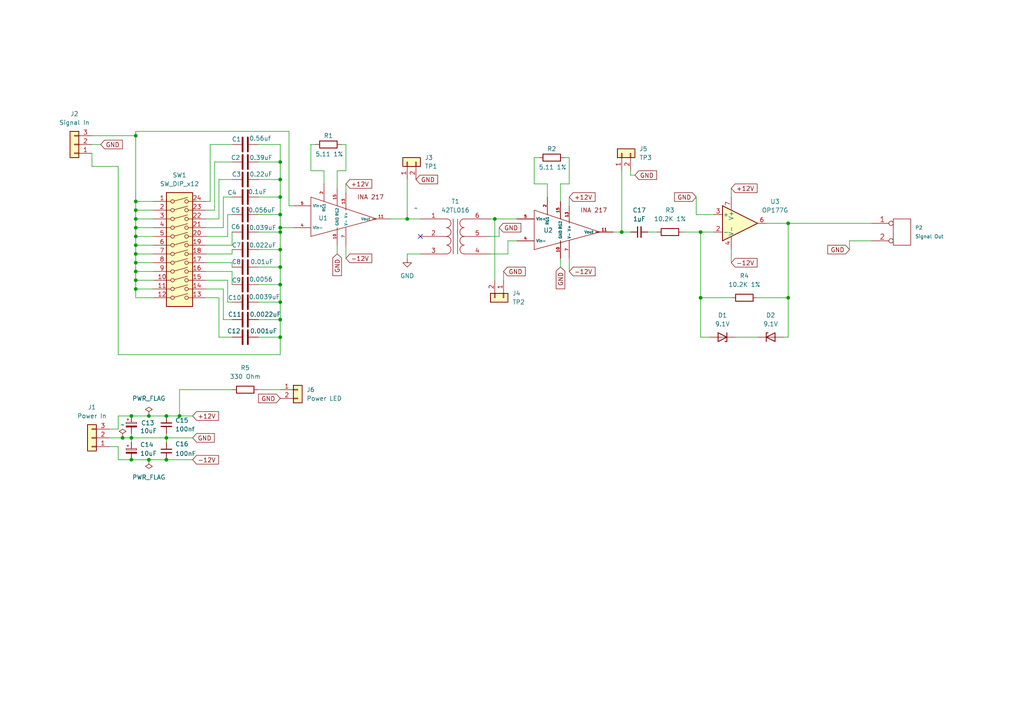
<source format=kicad_sch>
(kicad_sch (version 20231120) (generator "eeschema") (generator_version "8.0")
  (paper "A4")
  (title_block (title "Proton Precession Magnetometer Amplifier") (date "2024-09-22") (rev "1.0") (company "D Q McDonald"))
  (lib_symbols
    (symbol "Connector_Generic:Conn_01x02" (pin_names (offset 1.016) hide)
      (property "Reference" "J" (at 0 2.54 0))
      (property "Value" "Conn_01x02" (at 0 -5.08 0))
      (symbol "Conn_01x02_1_1"
        (rectangle (start -1.27 -2.413) (end 0 -2.667) (stroke (width 0.1524)))
        (rectangle (start -1.27 0.127) (end 0 -0.127) (stroke (width 0.1524)))
        (rectangle (start -1.27 1.27) (end 1.27 -3.81) (stroke (width 0.254)) (fill (type background)))
        (pin passive line (at -5.08 0 0) (length 3.81) (name "Pin_1") (number "1"))
        (pin passive line (at -5.08 -2.54 0) (length 3.81) (name "Pin_2") (number "2"))
      )
    )
    (symbol "Connector_Generic:Conn_01x03" (pin_names (offset 1.016) hide)
      (property "Reference" "J" (at 0 5.08 0))
      (property "Value" "Conn_01x03" (at 0 -5.08 0))
      (symbol "Conn_01x03_1_1"
        (rectangle (start -1.27 -2.413) (end 0 -2.667) (stroke (width 0.1524)))
        (rectangle (start -1.27 0.127) (end 0 -0.127) (stroke (width 0.1524)))
        (rectangle (start -1.27 2.667) (end 0 2.413) (stroke (width 0.1524)))
        (rectangle (start -1.27 3.81) (end 1.27 -3.81) (stroke (width 0.254)) (fill (type background)))
        (pin passive line (at -5.08 2.54 0) (length 3.81) (name "Pin_1") (number "1"))
        (pin passive line (at -5.08 0 0) (length 3.81) (name "Pin_2") (number "2"))
        (pin passive line (at -5.08 -2.54 0) (length 3.81) (name "Pin_3") (number "3"))
      )
    )
    (symbol "DQM:CONN_2" (pin_names (offset 1.016) hide)
      (property "Reference" "P" (at -1.27 0 90))
      (property "Value" "CONN_2" (at 1.27 0 90))
      (symbol "CONN_2_0_1"
        (rectangle (start -2.54 3.81) (end 2.54 -3.81))
      )
      (symbol "CONN_2_1_1"
        (pin passive inverted (at -8.89 2.54 0) (length 6.35) (name "VCC") (number "1"))
        (pin passive inverted (at -8.89 -2.54 0) (length 6.35) (name "GND") (number "2"))
      )
    )
    (symbol "DQM:INA217"
      (property "Reference" "U" (at 0 0 0))
      (symbol "INA217_1_1"
        (polyline (pts (xy -11.43 -5.08) (xy -11.43 6.35) (xy 7.62 0) (xy -11.43 -5.08)))
        (text "INA 217 " (at 6.35 6.35 0) (effects (font (size 1.27 1.27))))
        (pin no_connect line (at -10.16 -10.16 90) (length 5.08) hide (name "NC1") (number "1"))
        (pin power_in line (at -3.81 -7.62 90) (length 5.08) (name "GND") (number "10"))
        (pin output line (at 11.43 0 180) (length 5.08) (name "Vout") (number "11"))
        (pin no_connect line (at 5.08 5.08 270) (length 5.08) hide (name "NC12") (number "12"))
        (pin power_in line (at -1.27 7.62 270) (length 5.08) (name "V+") (number "13"))
        (pin no_connect line (at 2.54 2.54 90) (length 5.08) hide (name "NC14") (number "14"))
        (pin bidirectional line (at -3.81 8.89 270) (length 5.08) (name "RG2") (number "15"))
        (pin no_connect line (at 1.27 2.54 90) (length 5.08) hide (name "NC16") (number "16"))
        (pin bidirectional line (at -7.62 10.16 270) (length 5.08) (name "RG1") (number "2"))
        (pin no_connect line (at -7.62 -8.89 90) (length 5.08) hide (name "NC3") (number "3"))
        (pin input line (at -16.51 -2.54 0) (length 5.08) (name "Vin-") (number "4"))
        (pin input line (at -16.51 3.81 0) (length 5.08) (name "Vin+") (number "5"))
        (pin no_connect line (at -5.08 -7.62 90) (length 5.08) hide (name "NC6") (number "6"))
        (pin power_in line (at -1.27 -7.62 90) (length 5.08) (name "V-") (number "7"))
        (pin no_connect line (at 1.27 -6.35 90) (length 5.08) hide (name "NC8") (number "8"))
        (pin no_connect line (at -2.54 -7.62 90) (length 5.08) hide (name "NC9") (number "9"))
      )
    )
    (symbol "DQM:OPA177G" (pin_names (offset 0.127))
      (property "Reference" "U" (at 0 6.35 0))
      (property "Value" "OPA177G" (at 0 3.81 0))
      (symbol "OPA177G_0_1"
        (polyline (pts (xy -5.08 5.08) (xy 5.08 0) (xy -5.08 -5.08) (xy -5.08 5.08)) (stroke (width 0.254)) (fill (type background)))
      )
      (symbol "OPA177G_1_1"
        (pin no_connect line (at -5.08 -7.62 90) (length 2.54) hide (name "NC") (number "1"))
        (pin input line (at -7.62 -2.54 0) (length 2.54) (name "-") (number "2"))
        (pin input line (at -7.62 2.54 0) (length 2.54) (name "+") (number "3"))
        (pin power_in line (at -2.54 -7.62 90) (length 3.81) (name "V-") (number "4"))
        (pin no_connect line (at 2.54 -3.81 90) (length 2.54) hide (name "NC") (number "5"))
        (pin output line (at 7.62 0 180) (length 2.54) (name "~") (number "6"))
        (pin power_in line (at -2.54 7.62 270) (length 3.81) (name "V+") (number "7"))
        (pin no_connect line (at 0 -2.54 90) (length 2.54) hide (name "NC") (number "8"))
      )
    )
    (symbol "DQM:Transformer_42TL016" (pin_names (offset 1.016) hide)
      (property "Reference" "T" (at 0 6.35 0))
      (property "Value" "Transformer_1P_SS" (at 0 -7.62 0))
      (symbol "Transformer_42TL016_0_1"
        (arc (start -2.54 -5.0546) (mid -1.6599 -4.6901) (end -1.27 -3.81))
        (arc (start -2.54 -2.5146) (mid -1.6599 -2.1501) (end -1.27 -1.27))
        (arc (start -2.54 0.0254) (mid -1.6599 0.3899) (end -1.27 1.27))
        (arc (start -2.54 2.5654) (mid -1.6599 2.9299) (end -1.27 3.81))
        (arc (start -1.27 -3.81) (mid -1.642 -2.912) (end -2.54 -2.54))
        (arc (start -1.27 -1.27) (mid -1.642 -0.372) (end -2.54 0))
        (arc (start -1.27 1.27) (mid -1.642 2.168) (end -2.54 2.54))
        (arc (start -1.27 3.81) (mid -1.642 4.708) (end -2.54 5.08))
        (polyline (pts (xy -0.635 5.08) (xy -0.635 -5.08)))
        (polyline (pts (xy 0.635 -5.08) (xy 0.635 5.08)))
        (arc (start 1.2954 -1.27) (mid 1.6599 -2.1501) (end 2.54 -2.5146))
        (arc (start 1.2954 1.27) (mid 1.6599 0.3899) (end 2.54 0.0254))
        (arc (start 1.2954 3.81) (mid 1.6599 2.9299) (end 2.54 2.5654))
        (arc (start 1.3208 -3.81) (mid 1.6853 -4.6901) (end 2.5654 -5.0546))
        (arc (start 2.54 0) (mid 1.642 -0.372) (end 1.2954 -1.27))
        (arc (start 2.54 2.54) (mid 1.642 2.168) (end 1.2954 1.27))
        (arc (start 2.54 5.08) (mid 1.642 4.708) (end 1.2954 3.81))
        (arc (start 2.5654 -2.54) (mid 1.6674 -2.912) (end 1.3208 -3.81))
      )
      (symbol "Transformer_42TL016_1_1"
        (pin passive line (at -10.16 5.08 0) (length 7.62) (name "AA") (number "1"))
        (pin passive line (at -10.16 0 0) (length 7.62) (name "PM") (number "2"))
        (pin passive line (at -10.16 -5.08 0) (length 7.62) (name "AB") (number "3"))
        (pin passive line (at 10.16 -5.08 180) (length 7.62) (name "6") (number "4"))
        (pin passive line (at 10.16 0 180) (length 7.62) (name "PB") (number "5"))
        (pin passive line (at 10.16 5.08 180) (length 7.62) (name "SB") (number "6"))
      )
    )
    (symbol "Device:C" (pin_numbers hide) (pin_names (offset 0.254))
      (property "Reference" "C" (at 0.635 2.54 0))
      (property "Value" "C" (at 0.635 -2.54 0))
      (symbol "C_0_1"
        (polyline (pts (xy -2.032 -0.762) (xy 2.032 -0.762)) (stroke (width 0.508)))
        (polyline (pts (xy -2.032 0.762) (xy 2.032 0.762)) (stroke (width 0.508)))
      )
      (symbol "C_1_1"
        (pin passive line (at 0 3.81 270) (length 2.794) (name "~") (number "1"))
        (pin passive line (at 0 -3.81 90) (length 2.794) (name "~") (number "2"))
      )
    )
    (symbol "Device:C_Polarized_Small" (pin_numbers hide) (pin_names (offset 0.254) hide)
      (property "Reference" "C" (at 0.254 1.778 0))
      (property "Value" "C_Polarized_Small" (at 0.254 -2.032 0))
      (symbol "C_Polarized_Small_0_1"
        (rectangle (start -1.524 -0.3048) (end 1.524 -0.6858) (fill (type outline)))
        (rectangle (start -1.524 0.6858) (end 1.524 0.3048))
        (polyline (pts (xy -1.27 1.524) (xy -0.762 1.524)))
        (polyline (pts (xy -1.016 1.27) (xy -1.016 1.778)))
      )
      (symbol "C_Polarized_Small_1_1"
        (pin passive line (at 0 2.54 270) (length 1.8542) (name "~") (number "1"))
        (pin passive line (at 0 -2.54 90) (length 1.8542) (name "~") (number "2"))
      )
    )
    (symbol "Device:C_Small" (pin_numbers hide) (pin_names (offset 0.254) hide)
      (property "Reference" "C" (at 0.254 1.778 0))
      (property "Value" "C_Small" (at 0.254 -2.032 0))
      (symbol "C_Small_0_1"
        (polyline (pts (xy -1.524 -0.508) (xy 1.524 -0.508)) (stroke (width 0.3302)))
        (polyline (pts (xy -1.524 0.508) (xy 1.524 0.508)) (stroke (width 0.3048)))
      )
      (symbol "C_Small_1_1"
        (pin passive line (at 0 2.54 270) (length 2.032) (name "~") (number "1"))
        (pin passive line (at 0 -2.54 90) (length 2.032) (name "~") (number "2"))
      )
    )
    (symbol "Device:D_Zener" (pin_numbers hide) (pin_names (offset 1.016) hide)
      (property "Reference" "D" (at 0 2.54 0))
      (property "Value" "D_Zener" (at 0 -2.54 0))
      (symbol "D_Zener_0_1"
        (polyline (pts (xy 1.27 0) (xy -1.27 0)))
        (polyline (pts (xy -1.27 -1.27) (xy -1.27 1.27) (xy -0.762 1.27)) (stroke (width 0.254)))
        (polyline (pts (xy 1.27 -1.27) (xy 1.27 1.27) (xy -1.27 0) (xy 1.27 -1.27)) (stroke (width 0.254)))
      )
      (symbol "D_Zener_1_1"
        (pin passive line (at -3.81 0 0) (length 2.54) (name "K") (number "1"))
        (pin passive line (at 3.81 0 180) (length 2.54) (name "A") (number "2"))
      )
    )
    (symbol "Device:R" (pin_numbers hide) (pin_names (offset 0))
      (property "Reference" "R" (at 2.032 0 90))
      (property "Value" "R" (at 0 0 90))
      (symbol "R_0_1"
        (rectangle (start -1.016 -2.54) (end 1.016 2.54) (stroke (width 0.254)))
      )
      (symbol "R_1_1"
        (pin passive line (at 0 3.81 270) (length 1.27) (name "~") (number "1"))
        (pin passive line (at 0 -3.81 90) (length 1.27) (name "~") (number "2"))
      )
    )
    (symbol "Switch:SW_DIP_x12" (pin_names (offset 0) hide)
      (property "Reference" "SW" (at 0 19.05 0))
      (property "Value" "SW_DIP_x12" (at 0 -16.51 0))
      (symbol "SW_DIP_x12_0_0"
        (circle (center -2.032 -12.7) (radius 0.508))
        (circle (center -2.032 -10.16) (radius 0.508))
        (circle (center -2.032 -7.62) (radius 0.508))
        (circle (center -2.032 -5.08) (radius 0.508))
        (circle (center -2.032 -2.54) (radius 0.508))
        (circle (center -2.032 0) (radius 0.508))
        (circle (center -2.032 2.54) (radius 0.508))
        (circle (center -2.032 5.08) (radius 0.508))
        (circle (center -2.032 7.62) (radius 0.508))
        (circle (center -2.032 10.16) (radius 0.508))
        (circle (center -2.032 12.7) (radius 0.508))
        (circle (center -2.032 15.24) (radius 0.508))
        (polyline (pts (xy -1.524 -12.5476) (xy 2.3622 -11.5062)))
        (polyline (pts (xy -1.524 -10.0076) (xy 2.3622 -8.9662)))
        (polyline (pts (xy -1.524 -7.4676) (xy 2.3622 -6.4262)))
        (polyline (pts (xy -1.524 -4.9276) (xy 2.3622 -3.8862)))
        (polyline (pts (xy -1.524 -2.3876) (xy 2.3622 -1.3462)))
        (polyline (pts (xy -1.524 0.127) (xy 2.3622 1.1684)))
        (polyline (pts (xy -1.524 2.667) (xy 2.3622 3.7084)))
        (polyline (pts (xy -1.524 5.207) (xy 2.3622 6.2484)))
        (polyline (pts (xy -1.524 7.747) (xy 2.3622 8.7884)))
        (polyline (pts (xy -1.524 10.287) (xy 2.3622 11.3284)))
        (polyline (pts (xy -1.524 12.827) (xy 2.3622 13.8684)))
        (polyline (pts (xy -1.524 15.367) (xy 2.3622 16.4084)))
        (circle (center 2.032 -12.7) (radius 0.508))
        (circle (center 2.032 -10.16) (radius 0.508))
        (circle (center 2.032 -7.62) (radius 0.508))
        (circle (center 2.032 -5.08) (radius 0.508))
        (circle (center 2.032 -2.54) (radius 0.508))
        (circle (center 2.032 0) (radius 0.508))
        (circle (center 2.032 2.54) (radius 0.508))
        (circle (center 2.032 5.08) (radius 0.508))
        (circle (center 2.032 7.62) (radius 0.508))
        (circle (center 2.032 10.16) (radius 0.508))
        (circle (center 2.032 12.7) (radius 0.508))
        (circle (center 2.032 15.24) (radius 0.508))
      )
      (symbol "SW_DIP_x12_1_1"
        (rectangle (start -3.81 17.78) (end 3.81 -15.24) (stroke (width 0.254)) (fill (type background)))
        (pin passive line (at -7.62 15.24 0) (length 5.08) (name "~") (number "1"))
        (pin passive line (at -7.62 -7.62 0) (length 5.08) (name "~") (number "10"))
        (pin passive line (at -7.62 -10.16 0) (length 5.08) (name "~") (number "11"))
        (pin passive line (at -7.62 -12.7 0) (length 5.08) (name "~") (number "12"))
        (pin passive line (at 7.62 -12.7 180) (length 5.08) (name "~") (number "13"))
        (pin passive line (at 7.62 -10.16 180) (length 5.08) (name "~") (number "14"))
        (pin passive line (at 7.62 -7.62 180) (length 5.08) (name "~") (number "15"))
        (pin passive line (at 7.62 -5.08 180) (length 5.08) (name "~") (number "16"))
        (pin passive line (at 7.62 -2.54 180) (length 5.08) (name "~") (number "17"))
        (pin passive line (at 7.62 0 180) (length 5.08) (name "~") (number "18"))
        (pin passive line (at 7.62 2.54 180) (length 5.08) (name "~") (number "19"))
        (pin passive line (at -7.62 12.7 0) (length 5.08) (name "~") (number "2"))
        (pin passive line (at 7.62 5.08 180) (length 5.08) (name "~") (number "20"))
        (pin passive line (at 7.62 7.62 180) (length 5.08) (name "~") (number "21"))
        (pin passive line (at 7.62 10.16 180) (length 5.08) (name "~") (number "22"))
        (pin passive line (at 7.62 12.7 180) (length 5.08) (name "~") (number "23"))
        (pin passive line (at 7.62 15.24 180) (length 5.08) (name "~") (number "24"))
        (pin passive line (at -7.62 10.16 0) (length 5.08) (name "~") (number "3"))
        (pin passive line (at -7.62 7.62 0) (length 5.08) (name "~") (number "4"))
        (pin passive line (at -7.62 5.08 0) (length 5.08) (name "~") (number "5"))
        (pin passive line (at -7.62 2.54 0) (length 5.08) (name "~") (number "6"))
        (pin passive line (at -7.62 0 0) (length 5.08) (name "~") (number "7"))
        (pin passive line (at -7.62 -2.54 0) (length 5.08) (name "~") (number "8"))
        (pin passive line (at -7.62 -5.08 0) (length 5.08) (name "~") (number "9"))
      )
    )
    (symbol "power:GND" (power) (pin_numbers hide) (pin_names (offset 0) hide)
      (property "Value" "GND" (at 0 -3.81 0))
      (symbol "GND_0_1"
        (polyline (pts (xy 0 0) (xy 0 -1.27) (xy 1.27 -1.27) (xy 0 -2.54) (xy -1.27 -1.27) (xy 0 -1.27)))
      )
      (symbol "GND_1_1"
        (pin power_in line (at 0 0 270) (length 0) (name "~") (number "1"))
      )
    )
    (symbol "power:PWR_FLAG" (power) (pin_numbers hide) (pin_names (offset 0) hide)
      (property "Value" "PWR_FLAG" (at 0 3.81 0))
      (symbol "PWR_FLAG_0_0"
        (pin power_out line (at 0 0 90) (length 0) (name "~") (number "1"))
      )
      (symbol "PWR_FLAG_0_1"
        (polyline (pts (xy 0 0) (xy 0 1.27) (xy -1.016 1.905) (xy 0 2.54) (xy 1.016 1.905) (xy 0 1.27)))
      )
    )
  )
  (junction (at 81.28 82.55))
  (junction (at 35.56 127))
  (junction (at 48.26 120.65))
  (junction (at 143.51 63.5))
  (junction (at 48.26 133.35))
  (junction (at 39.37 68.58))
  (junction (at 81.28 97.79))
  (junction (at 38.1 133.35))
  (junction (at 118.11 63.5))
  (junction (at 39.37 76.2))
  (junction (at 39.37 58.42))
  (junction (at 228.6 64.77))
  (junction (at 203.2 67.31))
  (junction (at 180.34 67.31))
  (junction (at 81.28 67.31))
  (junction (at 81.28 57.15))
  (junction (at 81.28 87.63))
  (junction (at 81.28 52.07))
  (junction (at 39.37 73.66))
  (junction (at 39.37 78.74))
  (junction (at 39.37 71.12))
  (junction (at 38.1 127))
  (junction (at 52.07 120.65))
  (junction (at 39.37 39.37))
  (junction (at 81.28 46.99))
  (junction (at 203.2 86.36))
  (junction (at 228.6 86.36))
  (junction (at 39.37 60.96))
  (junction (at 48.26 127))
  (junction (at 81.28 62.23))
  (junction (at 43.18 133.35))
  (junction (at 81.28 92.71))
  (junction (at 81.28 72.39))
  (junction (at 43.18 120.65))
  (junction (at 39.37 81.28))
  (junction (at 81.28 77.47))
  (junction (at 39.37 63.5))
  (junction (at 39.37 66.04))
  (junction (at 81.28 66.04))
  (junction (at 39.37 83.82))
  (junction (at 38.1 120.65))
  (no_connect (at 121.92 68.58))
  (wire (pts (xy 38.1 127) (xy 38.1 128.27)))
  (wire (pts (xy 66.04 68.58) (xy 66.04 62.23)))
  (wire (pts (xy 39.37 68.58) (xy 39.37 71.12)))
  (wire (pts (xy 143.51 63.5) (xy 143.51 81.28)))
  (wire (pts (xy 83.82 59.69) (xy 85.09 59.69)))
  (wire (pts (xy 147.32 73.66) (xy 147.32 69.85)))
  (wire (pts (xy 39.37 71.12) (xy 39.37 73.66)))
  (wire (pts (xy 81.28 87.63) (xy 81.28 82.55)))
  (wire (pts (xy 48.26 133.35) (xy 55.88 133.35)))
  (wire (pts (xy 74.93 113.03) (xy 81.28 113.03)))
  (wire (pts (xy 163.83 45.72) (xy 165.1 45.72)))
  (wire (pts (xy 158.75 53.34) (xy 154.94 53.34)))
  (wire (pts (xy 162.56 74.93) (xy 162.56 77.47)))
  (wire (pts (xy 81.28 41.91) (xy 81.28 46.99)))
  (wire (pts (xy 59.69 81.28) (xy 66.04 81.28)))
  (wire (pts (xy 44.45 58.42) (xy 39.37 58.42)))
  (wire (pts (xy 165.1 45.72) (xy 165.1 53.34)))
  (wire (pts (xy 81.28 62.23) (xy 81.28 66.04)))
  (wire (pts (xy 81.28 67.31) (xy 81.28 66.04)))
  (wire (pts (xy 154.94 45.72) (xy 156.21 45.72)))
  (wire (pts (xy 52.07 113.03) (xy 67.31 113.03)))
  (wire (pts (xy 74.93 72.39) (xy 81.28 72.39)))
  (wire (pts (xy 39.37 71.12) (xy 44.45 71.12)))
  (wire (pts (xy 187.96 67.31) (xy 190.5 67.31)))
  (wire (pts (xy 48.26 127) (xy 55.88 127)))
  (wire (pts (xy 154.94 45.72) (xy 154.94 53.34)))
  (wire (pts (xy 74.93 77.47) (xy 81.28 77.47)))
  (wire (pts (xy 48.26 127) (xy 48.26 128.27)))
  (wire (pts (xy 64.77 66.04) (xy 64.77 57.15)))
  (wire (pts (xy 146.05 78.74) (xy 146.05 81.28)))
  (wire (pts (xy 39.37 60.96) (xy 44.45 60.96)))
  (wire (pts (xy 67.31 78.74) (xy 67.31 82.55)))
  (wire (pts (xy 34.29 120.65) (xy 38.1 120.65)))
  (wire (pts (xy 198.12 67.31) (xy 203.2 67.31)))
  (wire (pts (xy 177.8 67.31) (xy 180.34 67.31)))
  (wire (pts (xy 26.67 39.37) (xy 39.37 39.37)))
  (wire (pts (xy 219.71 86.36) (xy 228.6 86.36)))
  (wire (pts (xy 66.04 62.23) (xy 67.31 62.23)))
  (wire (pts (xy 81.28 92.71) (xy 81.28 87.63)))
  (wire (pts (xy 39.37 83.82) (xy 39.37 86.36)))
  (wire (pts (xy 228.6 64.77) (xy 228.6 86.36)))
  (wire (pts (xy 93.98 49.53) (xy 93.98 53.34)))
  (wire (pts (xy 35.56 127) (xy 38.1 127)))
  (wire (pts (xy 182.88 50.8) (xy 184.15 50.8)))
  (wire (pts (xy 227.33 97.79) (xy 228.6 97.79)))
  (wire (pts (xy 165.1 57.15) (xy 165.1 59.69)))
  (wire (pts (xy 39.37 66.04) (xy 39.37 68.58)))
  (wire (pts (xy 81.28 72.39) (xy 81.28 67.31)))
  (wire (pts (xy 39.37 78.74) (xy 39.37 81.28)))
  (wire (pts (xy 60.96 58.42) (xy 60.96 41.91)))
  (wire (pts (xy 81.28 97.79) (xy 81.28 92.71)))
  (wire (pts (xy 74.93 92.71) (xy 81.28 92.71)))
  (wire (pts (xy 93.98 49.53) (xy 90.17 49.53)))
  (wire (pts (xy 39.37 76.2) (xy 44.45 76.2)))
  (wire (pts (xy 38.1 133.35) (xy 43.18 133.35)))
  (wire (pts (xy 182.88 49.53) (xy 182.88 50.8)))
  (wire (pts (xy 59.69 76.2) (xy 67.31 76.2)))
  (wire (pts (xy 165.1 53.34) (xy 162.56 53.34)))
  (wire (pts (xy 90.17 41.91) (xy 91.44 41.91)))
  (wire (pts (xy 39.37 63.5) (xy 44.45 63.5)))
  (wire (pts (xy 64.77 57.15) (xy 67.31 57.15)))
  (wire (pts (xy 147.32 69.85) (xy 149.86 69.85)))
  (wire (pts (xy 64.77 92.71) (xy 67.31 92.71)))
  (wire (pts (xy 203.2 67.31) (xy 207.01 67.31)))
  (wire (pts (xy 39.37 83.82) (xy 44.45 83.82)))
  (wire (pts (xy 212.09 72.39) (xy 212.09 76.2)))
  (wire (pts (xy 59.69 66.04) (xy 64.77 66.04)))
  (wire (pts (xy 38.1 127) (xy 48.26 127)))
  (wire (pts (xy 63.5 97.79) (xy 67.31 97.79)))
  (wire (pts (xy 67.31 73.66) (xy 67.31 72.39)))
  (wire (pts (xy 39.37 81.28) (xy 44.45 81.28)))
  (wire (pts (xy 63.5 86.36) (xy 63.5 97.79)))
  (wire (pts (xy 99.06 41.91) (xy 100.33 41.91)))
  (wire (pts (xy 81.28 46.99) (xy 81.28 52.07)))
  (wire (pts (xy 39.37 73.66) (xy 39.37 76.2)))
  (wire (pts (xy 74.93 57.15) (xy 81.28 57.15)))
  (wire (pts (xy 59.69 86.36) (xy 63.5 86.36)))
  (wire (pts (xy 39.37 38.1) (xy 83.82 38.1)))
  (wire (pts (xy 59.69 58.42) (xy 60.96 58.42)))
  (wire (pts (xy 26.67 41.91) (xy 29.21 41.91)))
  (wire (pts (xy 39.37 39.37) (xy 39.37 58.42)))
  (wire (pts (xy 81.28 82.55) (xy 81.28 77.47)))
  (wire (pts (xy 246.38 69.85) (xy 246.38 72.39)))
  (wire (pts (xy 228.6 97.79) (xy 228.6 86.36)))
  (wire (pts (xy 142.24 68.58) (xy 144.78 68.58)))
  (wire (pts (xy 100.33 53.34) (xy 100.33 55.88)))
  (wire (pts (xy 74.93 41.91) (xy 81.28 41.91)))
  (wire (pts (xy 81.28 77.47) (xy 81.28 72.39)))
  (wire (pts (xy 34.29 48.26) (xy 34.29 102.87)))
  (wire (pts (xy 162.56 53.34) (xy 162.56 58.42)))
  (wire (pts (xy 100.33 49.53) (xy 97.79 49.53)))
  (wire (pts (xy 31.75 127) (xy 35.56 127)))
  (wire (pts (xy 74.93 97.79) (xy 81.28 97.79)))
  (wire (pts (xy 180.34 49.53) (xy 180.34 67.31)))
  (wire (pts (xy 39.37 58.42) (xy 39.37 60.96)))
  (wire (pts (xy 39.37 86.36) (xy 44.45 86.36)))
  (wire (pts (xy 59.69 73.66) (xy 67.31 73.66)))
  (wire (pts (xy 31.75 124.46) (xy 34.29 124.46)))
  (wire (pts (xy 63.5 63.5) (xy 63.5 52.07)))
  (wire (pts (xy 74.93 52.07) (xy 81.28 52.07)))
  (wire (pts (xy 74.93 82.55) (xy 81.28 82.55)))
  (wire (pts (xy 203.2 97.79) (xy 205.74 97.79)))
  (wire (pts (xy 26.67 44.45) (xy 26.67 48.26)))
  (wire (pts (xy 100.33 71.12) (xy 100.33 74.93)))
  (wire (pts (xy 34.29 129.54) (xy 34.29 133.35)))
  (wire (pts (xy 74.93 87.63) (xy 81.28 87.63)))
  (wire (pts (xy 39.37 81.28) (xy 39.37 83.82)))
  (wire (pts (xy 158.75 53.34) (xy 158.75 57.15)))
  (wire (pts (xy 39.37 73.66) (xy 44.45 73.66)))
  (wire (pts (xy 59.69 68.58) (xy 66.04 68.58)))
  (wire (pts (xy 252.73 69.85) (xy 246.38 69.85)))
  (wire (pts (xy 228.6 64.77) (xy 252.73 64.77)))
  (wire (pts (xy 64.77 83.82) (xy 64.77 92.71)))
  (wire (pts (xy 142.24 63.5) (xy 143.51 63.5)))
  (wire (pts (xy 59.69 83.82) (xy 64.77 83.82)))
  (wire (pts (xy 60.96 41.91) (xy 67.31 41.91)))
  (wire (pts (xy 31.75 129.54) (xy 34.29 129.54)))
  (wire (pts (xy 39.37 63.5) (xy 39.37 66.04)))
  (wire (pts (xy 62.23 46.99) (xy 67.31 46.99)))
  (wire (pts (xy 39.37 60.96) (xy 39.37 63.5)))
  (wire (pts (xy 43.18 120.65) (xy 48.26 120.65)))
  (wire (pts (xy 74.93 46.99) (xy 81.28 46.99)))
  (wire (pts (xy 203.2 86.36) (xy 212.09 86.36)))
  (wire (pts (xy 121.92 73.66) (xy 118.11 73.66)))
  (wire (pts (xy 62.23 60.96) (xy 62.23 46.99)))
  (wire (pts (xy 118.11 63.5) (xy 121.92 63.5)))
  (wire (pts (xy 74.93 67.31) (xy 81.28 67.31)))
  (wire (pts (xy 48.26 120.65) (xy 52.07 120.65)))
  (wire (pts (xy 201.93 57.15) (xy 201.93 62.23)))
  (wire (pts (xy 118.11 52.07) (xy 118.11 63.5)))
  (wire (pts (xy 67.31 76.2) (xy 67.31 77.47)))
  (wire (pts (xy 39.37 38.1) (xy 39.37 39.37)))
  (wire (pts (xy 97.79 49.53) (xy 97.79 54.61)))
  (wire (pts (xy 81.28 57.15) (xy 81.28 62.23)))
  (wire (pts (xy 52.07 120.65) (xy 52.07 113.03)))
  (wire (pts (xy 48.26 125.73) (xy 48.26 127)))
  (wire (pts (xy 203.2 86.36) (xy 203.2 97.79)))
  (wire (pts (xy 34.29 124.46) (xy 34.29 120.65)))
  (wire (pts (xy 66.04 87.63) (xy 67.31 87.63)))
  (wire (pts (xy 43.18 133.35) (xy 48.26 133.35)))
  (wire (pts (xy 39.37 68.58) (xy 44.45 68.58)))
  (wire (pts (xy 100.33 41.91) (xy 100.33 49.53)))
  (wire (pts (xy 212.09 54.61) (xy 212.09 57.15)))
  (wire (pts (xy 59.69 71.12) (xy 67.31 71.12)))
  (wire (pts (xy 165.1 74.93) (xy 165.1 78.74)))
  (wire (pts (xy 81.28 52.07) (xy 81.28 57.15)))
  (wire (pts (xy 52.07 120.65) (xy 55.88 120.65)))
  (wire (pts (xy 113.03 63.5) (xy 118.11 63.5)))
  (wire (pts (xy 67.31 71.12) (xy 67.31 67.31)))
  (wire (pts (xy 143.51 63.5) (xy 149.86 63.5)))
  (wire (pts (xy 66.04 81.28) (xy 66.04 87.63)))
  (wire (pts (xy 74.93 62.23) (xy 81.28 62.23)))
  (wire (pts (xy 144.78 66.04) (xy 144.78 68.58)))
  (wire (pts (xy 81.28 102.87) (xy 81.28 97.79)))
  (wire (pts (xy 59.69 63.5) (xy 63.5 63.5)))
  (wire (pts (xy 142.24 73.66) (xy 147.32 73.66)))
  (wire (pts (xy 34.29 133.35) (xy 38.1 133.35)))
  (wire (pts (xy 26.67 48.26) (xy 34.29 48.26)))
  (wire (pts (xy 39.37 78.74) (xy 44.45 78.74)))
  (wire (pts (xy 213.36 97.79) (xy 219.71 97.79)))
  (wire (pts (xy 180.34 67.31) (xy 182.88 67.31)))
  (wire (pts (xy 39.37 76.2) (xy 39.37 78.74)))
  (wire (pts (xy 38.1 125.73) (xy 38.1 127)))
  (wire (pts (xy 59.69 78.74) (xy 67.31 78.74)))
  (wire (pts (xy 90.17 41.91) (xy 90.17 49.53)))
  (wire (pts (xy 207.01 62.23) (xy 201.93 62.23)))
  (wire (pts (xy 63.5 52.07) (xy 67.31 52.07)))
  (wire (pts (xy 59.69 60.96) (xy 62.23 60.96)))
  (wire (pts (xy 118.11 73.66) (xy 118.11 74.93)))
  (wire (pts (xy 222.25 64.77) (xy 228.6 64.77)))
  (wire (pts (xy 203.2 67.31) (xy 203.2 86.36)))
  (wire (pts (xy 38.1 120.65) (xy 43.18 120.65)))
  (wire (pts (xy 81.28 66.04) (xy 85.09 66.04)))
  (wire (pts (xy 39.37 66.04) (xy 44.45 66.04)))
  (wire (pts (xy 34.29 102.87) (xy 81.28 102.87)))
  (wire (pts (xy 83.82 38.1) (xy 83.82 59.69)))
  (wire (pts (xy 97.79 71.12) (xy 97.79 73.66)))
  (global_label "GND" (shape input) (at 146.05 78.74 0) (property "Intersheetrefs" "${INTERSHEET_REFS}" (effects (hide yes))))
  (global_label "-12V" (shape input) (at 212.09 76.2 0) (property "Intersheetrefs" "${INTERSHEET_REFS}" (effects (hide yes))))
  (global_label "+12V" (shape input) (at 165.1 57.15 0) (property "Intersheetrefs" "${INTERSHEET_REFS}" (effects (hide yes))))
  (global_label "GND" (shape input) (at 184.15 50.8 0) (property "Intersheetrefs" "${INTERSHEET_REFS}" (effects (hide yes))))
  (global_label "GND" (shape input) (at 120.65 52.07 0) (property "Intersheetrefs" "${INTERSHEET_REFS}" (effects (hide yes))))
  (global_label "GND" (shape input) (at 97.79 73.66 270) (property "Intersheetrefs" "${INTERSHEET_REFS}" (effects (hide yes))))
  (global_label "+12V" (shape input) (at 100.33 53.34 0) (property "Intersheetrefs" "${INTERSHEET_REFS}" (effects (hide yes))))
  (global_label "+12V" (shape input) (at 212.09 54.61 0) (property "Intersheetrefs" "${INTERSHEET_REFS}" (effects (hide yes))))
  (global_label "GND" (shape input) (at 29.21 41.91 0) (property "Intersheetrefs" "${INTERSHEET_REFS}" (effects (hide yes))))
  (global_label "GND" (shape input) (at 81.28 115.57 180) (property "Intersheetrefs" "${INTERSHEET_REFS}" (effects (hide yes))))
  (global_label "GND" (shape input) (at 144.78 66.04 0) (property "Intersheetrefs" "${INTERSHEET_REFS}" (effects (hide yes))))
  (global_label "-12V" (shape input) (at 165.1 78.74 0) (property "Intersheetrefs" "${INTERSHEET_REFS}" (effects (hide yes))))
  (global_label "GND" (shape input) (at 55.88 127 0) (property "Intersheetrefs" "${INTERSHEET_REFS}" (effects (hide yes))))
  (global_label "+12V" (shape input) (at 55.88 120.65 0) (property "Intersheetrefs" "${INTERSHEET_REFS}" (effects (hide yes))))
  (global_label "GND" (shape input) (at 246.38 72.39 180) (property "Intersheetrefs" "${INTERSHEET_REFS}" (effects (hide yes))))
  (global_label "GND" (shape input) (at 162.56 77.47 270) (property "Intersheetrefs" "${INTERSHEET_REFS}" (effects (hide yes))))
  (global_label "GND" (shape input) (at 201.93 57.15 180) (property "Intersheetrefs" "${INTERSHEET_REFS}" (effects (hide yes))))
  (global_label "-12V" (shape input) (at 55.88 133.35 0) (property "Intersheetrefs" "${INTERSHEET_REFS}" (effects (hide yes))))
  (global_label "-12V" (shape input) (at 100.33 74.93 0) (property "Intersheetrefs" "${INTERSHEET_REFS}" (effects (hide yes))))
  (symbol (lib_id "Device:C_Small") (at 48.26 123.19 0) (unit 1)
    (property "Reference" "C15" (at 50.8 121.9262 0) (effects (justify left)))
    (property "Value" "100nf" (at 50.8 124.4662 0) (effects (justify left)))
    (property "Footprint" "Capacitor_SMD:C_0805_2012Metric_Pad1.18x1.45mm_HandSolder" (effects (hide yes)))
    (property "Description" "Unpolarized capacitor, small symbol" (effects (hide yes)))
  )
  (symbol (lib_id "Device:D_Zener") (at 209.55 97.79 180) (unit 1)
    (property "Reference" "D1" (at 209.55 91.44 0))
    (property "Value" "9.1V" (at 209.55 93.98 0))
    (property "Footprint" "Diode_THT:D_DO-41_SOD81_P7.62mm_Horizontal" (effects (hide yes)))
    (property "Description" "Zener diode" (effects (hide yes)))
  )
  (symbol (lib_id "Connector_Generic:Conn_01x02") (at 146.05 86.36 270) (unit 1)
    (property "Reference" "J4" (at 148.59 85.0899 90) (effects (justify left)))
    (property "Value" "TP2" (at 148.59 87.6299 90) (effects (justify left)))
    (property "Footprint" "Connector_PinHeader_2.54mm:PinHeader_1x02_P2.54mm_Vertical" (effects (hide yes)))
    (property "Description" "Generic connector, single row, 01x02, script generated (kicad-library-utils/schlib/autogen/connector/)" (effects (hide yes)))
  )
  (symbol (lib_id "Device:C") (at 71.12 41.91 90) (unit 1)
    (property "Reference" "C1" (at 68.58 40.386 90))
    (property "Value" "0.56uf" (at 75.438 40.132 90))
    (property "Footprint" "Capacitor_SMD:C_0805_2012Metric_Pad1.18x1.45mm_HandSolder" (effects (hide yes)))
    (property "Description" "Unpolarized capacitor" (effects (hide yes)))
  )
  (symbol (lib_id "Device:C") (at 71.12 52.07 90) (unit 1)
    (property "Reference" "C3" (at 68.58 50.546 90))
    (property "Value" "0.22uF" (at 75.692 50.546 90))
    (property "Footprint" "Capacitor_SMD:C_0805_2012Metric_Pad1.18x1.45mm_HandSolder" (effects (hide yes)))
    (property "Description" "Unpolarized capacitor" (effects (hide yes)))
  )
  (symbol (lib_id "Device:C_Small") (at 185.42 67.31 90) (unit 1)
    (property "Reference" "C17" (at 185.4263 60.96 90))
    (property "Value" "1uF" (at 185.4263 63.5 90))
    (property "Footprint" "Capacitor_SMD:C_0805_2012Metric_Pad1.18x1.45mm_HandSolder" (effects (hide yes)))
    (property "Description" "Unpolarized capacitor, small symbol" (effects (hide yes)))
  )
  (symbol (lib_id "Device:C") (at 71.12 62.23 90) (unit 1)
    (property "Reference" "C5" (at 68.326 60.96 90))
    (property "Value" "0.056uF" (at 75.946 60.96 90))
    (property "Footprint" "Capacitor_SMD:C_0805_2012Metric_Pad1.18x1.45mm_HandSolder" (effects (hide yes)))
    (property "Description" "Unpolarized capacitor" (effects (hide yes)))
  )
  (symbol (lib_id "DQM:CONN_2") (at 261.62 67.31 0) (unit 1)
    (property "Reference" "P2" (at 265.43 66.0399 0) (effects (font (size 1.016 1.016)) (justify left)))
    (property "Value" "Signal Out" (at 265.43 68.5799 0) (effects (font (size 1.016 1.016)) (justify left)))
    (property "Footprint" "Connector_PinHeader_2.54mm:PinHeader_1x02_P2.54mm_Vertical" (effects (hide yes)))
    (property "Description" "Symbole general de connecteur" (effects (hide yes)))
  )
  (symbol (lib_id "Device:C_Polarized_Small") (at 38.1 130.81 0) (unit 1)
    (property "Reference" "C14" (at 40.64 128.9938 0) (effects (justify left)))
    (property "Value" "10uF" (at 40.64 131.5338 0) (effects (justify left)))
    (property "Footprint" "Capacitor_SMD:CP_Elec_5x3" (effects (hide yes)))
    (property "Description" "Polarized capacitor, small symbol" (effects (hide yes)))
  )
  (symbol (lib_id "Device:C") (at 71.12 97.79 90) (unit 1)
    (property "Reference" "C12" (at 67.818 96.012 90))
    (property "Value" "0.001uF" (at 76.454 96.012 90))
    (property "Footprint" "Capacitor_SMD:C_0805_2012Metric_Pad1.18x1.45mm_HandSolder" (effects (hide yes)))
    (property "Description" "Unpolarized capacitor" (effects (hide yes)))
  )
  (symbol (lib_id "Device:D_Zener") (at 223.52 97.79 0) (unit 1)
    (property "Reference" "D2" (at 223.52 91.44 0))
    (property "Value" "9.1V" (at 223.52 93.98 0))
    (property "Footprint" "Diode_THT:D_DO-41_SOD81_P7.62mm_Horizontal" (effects (hide yes)))
    (property "Description" "Zener diode" (effects (hide yes)))
  )
  (symbol (lib_id "Device:C") (at 71.12 82.55 90) (unit 1)
    (property "Reference" "C9" (at 68.58 81.28 90))
    (property "Value" "0.0056" (at 75.692 81.026 90))
    (property "Footprint" "Capacitor_SMD:C_0805_2012Metric_Pad1.18x1.45mm_HandSolder" (effects (hide yes)))
    (property "Description" "Unpolarized capacitor" (effects (hide yes)))
  )
  (symbol (lib_id "power:PWR_FLAG") (at 35.56 127 0) (unit 1)
    (property "Reference" "#FLG03" (effects (hide yes)))
    (property "Value" "~" (at 35.56 123.19 0))
    (property "Description" "Special symbol for telling ERC where power comes from" (effects (hide yes)))
  )
  (symbol (lib_id "Device:C") (at 71.12 87.63 90) (unit 1)
    (property "Reference" "C10" (at 68.072 86.36 90))
    (property "Value" "0.0039uF" (at 76.708 86.106 90))
    (property "Footprint" "Capacitor_SMD:C_0805_2012Metric_Pad1.18x1.45mm_HandSolder" (effects (hide yes)))
    (property "Description" "Unpolarized capacitor" (effects (hide yes)))
  )
  (symbol (lib_id "Device:C") (at 71.12 72.39 90) (unit 1)
    (property "Reference" "C7" (at 68.58 71.12 90))
    (property "Value" "0.022uF" (at 76.2 71.12 90))
    (property "Footprint" "Capacitor_SMD:C_0805_2012Metric_Pad1.18x1.45mm_HandSolder" (effects (hide yes)))
    (property "Description" "Unpolarized capacitor" (effects (hide yes)))
  )
  (symbol (lib_id "Device:R") (at 160.02 45.72 90) (unit 1)
    (property "Reference" "R2" (at 160.02 43.18 90))
    (property "Value" "5.11 1%" (at 160.274 48.514 90))
    (property "Footprint" "Resistor_SMD:R_0805_2012Metric_Pad1.20x1.40mm_HandSolder" (effects (hide yes)))
    (property "Description" "Resistor" (effects (hide yes)))
  )
  (symbol (lib_id "Device:R") (at 194.31 67.31 90) (unit 1)
    (property "Reference" "R3" (at 194.31 60.96 90))
    (property "Value" "10.2K 1%" (at 194.31 63.5 90))
    (property "Footprint" "Resistor_SMD:R_0805_2012Metric_Pad1.20x1.40mm_HandSolder" (effects (hide yes)))
    (property "Description" "Resistor" (effects (hide yes)))
  )
  (symbol (lib_id "Connector_Generic:Conn_01x03") (at 21.59 41.91 180) (unit 1)
    (property "Reference" "J2" (at 21.59 33.02 0))
    (property "Value" "Signal In" (at 21.59 35.56 0))
    (property "Footprint" "Connector_PinHeader_2.54mm:PinHeader_1x03_P2.54mm_Vertical" (effects (hide yes)))
    (property "Description" "Generic connector, single row, 01x03, script generated (kicad-library-utils/schlib/autogen/connector/)" (effects (hide yes)))
  )
  (symbol (lib_id "Connector_Generic:Conn_01x02") (at 118.11 46.99 90) (unit 1)
    (property "Reference" "J3" (at 123.19 45.7199 90) (effects (justify right)))
    (property "Value" "TP1" (at 123.19 48.2599 90) (effects (justify right)))
    (property "Footprint" "Connector_PinHeader_2.54mm:PinHeader_1x02_P2.54mm_Vertical" (effects (hide yes)))
    (property "Description" "Generic connector, single row, 01x02, script generated (kicad-library-utils/schlib/autogen/connector/)" (effects (hide yes)))
  )
  (symbol (lib_id "DQM:INA217") (at 166.37 67.31 0) (unit 1)
    (property "Reference" "U2" (at 159.004 66.802 0))
    (property "Value" "~" (at 185.42 64.1665 0))
    (property "Footprint" "Package_SO:SOIC-16W_7.5x10.3mm_P1.27mm" (effects (hide yes)))
  )
  (symbol (lib_id "Device:R") (at 215.9 86.36 90) (unit 1)
    (property "Reference" "R4" (at 215.9 80.01 90))
    (property "Value" "10.2K 1%" (at 215.9 82.55 90))
    (property "Footprint" "Resistor_SMD:R_0805_2012Metric_Pad1.20x1.40mm_HandSolder" (effects (hide yes)))
    (property "Description" "Resistor" (effects (hide yes)))
  )
  (symbol (lib_id "power:GND") (at 118.11 74.93 0) (unit 1)
    (property "Reference" "#PWR01" (effects (hide yes)))
    (property "Value" "GND" (at 118.11 80.01 0))
    (property "Description" "Power symbol creates a global label with name \"GND\" , ground" (effects (hide yes)))
  )
  (symbol (lib_id "Device:C_Small") (at 48.26 130.81 0) (unit 1)
    (property "Reference" "C16" (at 50.8 128.778 0) (effects (justify left)))
    (property "Value" "100nF" (at 50.8 131.572 0) (effects (justify left)))
    (property "Footprint" "Capacitor_SMD:C_0805_2012Metric_Pad1.18x1.45mm_HandSolder" (effects (hide yes)))
    (property "Description" "Unpolarized capacitor, small symbol" (effects (hide yes)))
  )
  (symbol (lib_id "DQM:Transformer_42TL016") (at 132.08 68.58 0) (unit 1)
    (property "Reference" "T1" (at 132.0927 58.42 0))
    (property "Value" "42TL016" (at 132.0927 60.96 0))
    (property "Footprint" "DQM_kicad_new:Transformer_42TL016" (effects (hide yes)))
    (property "Description" "Transformer, single primary, split secondary" (effects (hide yes)))
  )
  (symbol (lib_id "power:PWR_FLAG") (at 43.18 120.65 0) (unit 1)
    (property "Reference" "#FLG01" (effects (hide yes)))
    (property "Value" "PWR_FLAG" (at 43.18 115.57 0))
    (property "Description" "Special symbol for telling ERC where power comes from" (effects (hide yes)))
  )
  (symbol (lib_id "Device:C") (at 71.12 57.15 90) (unit 1)
    (property "Reference" "C4" (at 67.31 55.88 90))
    (property "Value" "0.1uF" (at 74.676 55.626 90))
    (property "Footprint" "Capacitor_SMD:C_0805_2012Metric_Pad1.18x1.45mm_HandSolder" (effects (hide yes)))
    (property "Description" "Unpolarized capacitor" (effects (hide yes)))
  )
  (symbol (lib_id "Device:C") (at 71.12 46.99 90) (unit 1)
    (property "Reference" "C2" (at 68.326 45.72 90))
    (property "Value" "0.39uF" (at 75.692 45.72 90))
    (property "Footprint" "Capacitor_SMD:C_0805_2012Metric_Pad1.18x1.45mm_HandSolder" (effects (hide yes)))
    (property "Description" "Unpolarized capacitor" (effects (hide yes)))
  )
  (symbol (lib_id "power:PWR_FLAG") (at 43.18 133.35 180) (unit 1)
    (property "Reference" "#FLG02" (effects (hide yes)))
    (property "Value" "PWR_FLAG" (at 43.18 138.43 0))
    (property "Description" "Special symbol for telling ERC where power comes from" (effects (hide yes)))
  )
  (symbol (lib_id "Device:C") (at 71.12 67.31 90) (unit 1)
    (property "Reference" "C6" (at 68.326 65.786 90))
    (property "Value" "0.039uF" (at 76.2 66.04 90))
    (property "Footprint" "Capacitor_SMD:C_0805_2012Metric_Pad1.18x1.45mm_HandSolder" (effects (hide yes)))
    (property "Description" "Unpolarized capacitor" (effects (hide yes)))
  )
  (symbol (lib_id "Connector_Generic:Conn_01x02") (at 86.36 113.03 0) (unit 1)
    (property "Reference" "J6" (at 88.9 113.0299 0) (effects (justify left)))
    (property "Value" "Power LED" (at 88.9 115.5699 0) (effects (justify left)))
    (property "Footprint" "Connector_PinHeader_2.54mm:PinHeader_2x01_P2.54mm_Vertical" (effects (hide yes)))
    (property "Description" "Generic connector, single row, 01x02, script generated (kicad-library-utils/schlib/autogen/connector/)" (effects (hide yes)))
  )
  (symbol (lib_id "Device:C") (at 71.12 92.71 90) (unit 1)
    (property "Reference" "C11" (at 68.072 91.186 90))
    (property "Value" "0.0022uF" (at 76.962 91.186 90))
    (property "Footprint" "Capacitor_SMD:C_0805_2012Metric_Pad1.18x1.45mm_HandSolder" (effects (hide yes)))
    (property "Description" "Unpolarized capacitor" (effects (hide yes)))
  )
  (symbol (lib_id "Switch:SW_DIP_x12") (at 52.07 73.66 0) (unit 1)
    (property "Reference" "SW1" (at 52.07 50.8 0))
    (property "Value" "SW_DIP_x12" (at 52.07 53.34 0))
    (property "Footprint" "Button_Switch_SMD:SW_DIP_SPSTx12_Slide_6.7x32.04mm_W8.61mm_P2.54mm_LowProfile" (effects (hide yes)))
    (property "Description" "12x DIP Switch, Single Pole Single Throw (SPST) switch, small symbol" (effects (hide yes)))
  )
  (symbol (lib_id "Device:C_Polarized_Small") (at 38.1 123.19 0) (unit 1)
    (property "Reference" "C13" (at 40.894 122.682 0) (effects (justify left)))
    (property "Value" "10uF" (at 40.64 124.968 0) (effects (justify left)))
    (property "Footprint" "Capacitor_SMD:CP_Elec_5x3" (effects (hide yes)))
    (property "Description" "Polarized capacitor, small symbol" (effects (hide yes)))
  )
  (symbol (lib_id "DQM:OPA177G") (at 214.63 64.77 0) (unit 1)
    (property "Reference" "U3" (at 224.79 58.4514 0))
    (property "Value" "OP177G" (at 224.79 60.9914 0))
    (property "Footprint" "Package_DIP:DIP-8_W7.62mm_LongPads" (effects (hide yes)))
    (property "Datasheet" "https://www.analog.com/media/en/technical-documentation/data-sheets/OP179_279.pdf" (effects (hide yes)))
    (property "Description" "Single Rail-to-Rail High Output Current Operational Amplifiers, SOIC-8" (effects (hide yes)))
  )
  (symbol (lib_id "Device:R") (at 71.12 113.03 90) (unit 1)
    (property "Reference" "R5" (at 71.12 106.68 90))
    (property "Value" "330 Ohm" (at 71.12 109.22 90))
    (property "Footprint" "Resistor_SMD:R_0805_2012Metric_Pad1.20x1.40mm_HandSolder" (effects (hide yes)))
    (property "Description" "Resistor" (effects (hide yes)))
  )
  (symbol (lib_id "Device:R") (at 95.25 41.91 90) (unit 1)
    (property "Reference" "R1" (at 95.25 39.37 90))
    (property "Value" "5.11 1%" (at 95.504 44.704 90))
    (property "Footprint" "Resistor_SMD:R_0805_2012Metric_Pad1.20x1.40mm_HandSolder" (effects (hide yes)))
    (property "Description" "Resistor" (effects (hide yes)))
  )
  (symbol (lib_id "Connector_Generic:Conn_01x03") (at 26.67 127 180) (unit 1)
    (property "Reference" "J1" (at 26.67 118.11 0))
    (property "Value" "Power In" (at 26.67 120.65 0))
    (property "Footprint" "Connector_PinHeader_2.54mm:PinHeader_1x03_P2.54mm_Vertical" (effects (hide yes)))
    (property "Description" "Generic connector, single row, 01x03, script generated (kicad-library-utils/schlib/autogen/connector/)" (effects (hide yes)))
  )
  (symbol (lib_id "Device:C") (at 71.12 77.47 90) (unit 1)
    (property "Reference" "C8" (at 68.58 75.946 90))
    (property "Value" "0.01uF" (at 75.946 75.946 90))
    (property "Footprint" "Capacitor_SMD:C_0805_2012Metric_Pad1.18x1.45mm_HandSolder" (effects (hide yes)))
    (property "Description" "Unpolarized capacitor" (effects (hide yes)))
  )
  (symbol (lib_id "Connector_Generic:Conn_01x02") (at 180.34 44.45 90) (unit 1)
    (property "Reference" "J5" (at 185.42 43.1799 90) (effects (justify right)))
    (property "Value" "TP3" (at 185.42 45.7199 90) (effects (justify right)))
    (property "Footprint" "Connector_PinHeader_2.54mm:PinHeader_1x02_P2.54mm_Vertical" (effects (hide yes)))
    (property "Description" "Generic connector, single row, 01x02, script generated (kicad-library-utils/schlib/autogen/connector/)" (effects (hide yes)))
  )
  (symbol (lib_id "DQM:INA217") (at 101.6 63.5 0) (unit 1)
    (property "Reference" "U1" (at 93.726 63.246 0))
    (property "Value" "~" (at 120.65 60.3565 0))
    (property "Footprint" "Package_SO:SOIC-16W_7.5x10.3mm_P1.27mm" (effects (hide yes)))
  )
)
</source>
